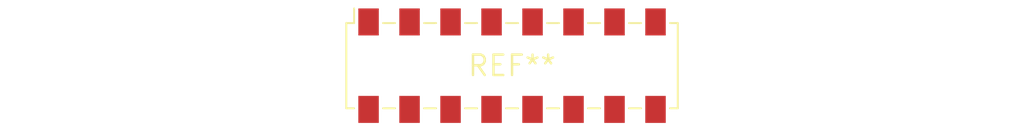
<source format=kicad_pcb>
(kicad_pcb (version 20240108) (generator pcbnew)
  (layers (0 "F.Cu" signal) (31 "B.Cu" signal) (34 "B.Paste" user) (35 "F.Paste" user) (36 "B.SilkS" user "B.Silkscreen") (37 "F.SilkS" user "F.Silkscreen") (38 "B.Mask" user) (39 "F.Mask" user) (44 "Edge.Cuts" user))
  (net 0 "")
  (footprint "Samtec_HLE-108-02-xxx-DV-BE-LC_2x08_P2.54mm_Horizontal" (layer "F.Cu") (at 0 0)
    (property "Reference" "REF**")
    (property "Value" "Samtec_HLE-108-02-xxx-DV-BE-LC_2x08_P2.54mm_Horizontal")
    (fp_line (start -10.27 -2.65) (end -10.27 2.65) (layer "F.SilkS") (stroke (width 0.12)))
    (fp_line (start -10.27 2.65) (end -9.785 2.65) (layer "F.SilkS") (stroke (width 0.12)))
    (fp_line (start -9.785 -3.56) (end -9.785 -2.65) (layer "F.SilkS") (stroke (width 0.12)))
    (fp_line (start -9.785 -2.65) (end -10.27 -2.65) (layer "F.SilkS") (stroke (width 0.12)))
    (fp_line (start -7.995 -2.65) (end -7.245 -2.65) (layer "F.SilkS") (stroke (width 0.12)))
    (fp_line (start -7.995 2.65) (end -7.245 2.65) (layer "F.SilkS") (stroke (width 0.12)))
    (fp_line (start -5.455 -2.65) (end -4.705 -2.65) (layer "F.SilkS") (stroke (width 0.12)))
    (fp_line (start -5.455 2.65) (end -4.705 2.65) (layer "F.SilkS") (stroke (width 0.12)))
    (fp_line (start -2.915 -2.65) (end -2.165 -2.65) (layer "F.SilkS") (stroke (width 0.12)))
    (fp_line (start -2.915 2.65) (end -2.165 2.65) (layer "F.SilkS") (stroke (width 0.12)))
    (fp_line (start -0.375 -2.65) (end 0.375 -2.65) (layer "F.SilkS") (stroke (width 0.12)))
    (fp_line (start -0.375 2.65) (end 0.375 2.65) (layer "F.SilkS") (stroke (width 0.12)))
    (fp_line (start 2.165 -2.65) (end 2.915 -2.65) (layer "F.SilkS") (stroke (width 0.12)))
    (fp_line (start 2.165 2.65) (end 2.915 2.65) (layer "F.SilkS") (stroke (width 0.12)))
    (fp_line (start 4.705 -2.65) (end 5.455 -2.65) (layer "F.SilkS") (stroke (width 0.12)))
    (fp_line (start 4.705 2.65) (end 5.455 2.65) (layer "F.SilkS") (stroke (width 0.12)))
    (fp_line (start 7.245 -2.65) (end 7.995 -2.65) (layer "F.SilkS") (stroke (width 0.12)))
    (fp_line (start 7.245 2.65) (end 7.995 2.65) (layer "F.SilkS") (stroke (width 0.12)))
    (fp_line (start 9.785 -2.65) (end 10.27 -2.65) (layer "F.SilkS") (stroke (width 0.12)))
    (fp_line (start 10.27 -2.65) (end 10.27 2.65) (layer "F.SilkS") (stroke (width 0.12)))
    (fp_line (start 10.27 2.65) (end 9.785 2.65) (layer "F.SilkS") (stroke (width 0.12)))
    (pad "" np_thru_hole circle (at -8.89 -1.27) (size 0.97 0.97) (drill 0.97) (layers *.Cu *.Mask))
    (pad "" np_thru_hole circle (at -8.89 1.27) (size 0.97 0.97) (drill 0.97) (layers *.Cu *.Mask))
    (pad "" np_thru_hole circle (at -7.62 0) (size 1.19 1.19) (drill 1.19) (layers *.Cu *.Mask))
    (pad "" np_thru_hole circle (at -6.35 -1.27) (size 0.97 0.97) (drill 0.97) (layers *.Cu *.Mask))
    (pad "" np_thru_hole circle (at -6.35 1.27) (size 0.97 0.97) (drill 0.97) (layers *.Cu *.Mask))
    (pad "" np_thru_hole circle (at -3.81 -1.27) (size 0.97 0.97) (drill 0.97) (layers *.Cu *.Mask))
    (pad "" np_thru_hole circle (at -3.81 1.27) (size 0.97 0.97) (drill 0.97) (layers *.Cu *.Mask))
    (pad "" np_thru_hole circle (at -1.27 -1.27) (size 0.97 0.97) (drill 0.97) (layers *.Cu *.Mask))
    (pad "" np_thru_hole circle (at -1.27 1.27) (size 0.97 0.97) (drill 0.97) (layers *.Cu *.Mask))
    (pad "" np_thru_hole circle (at 1.27 -1.27) (size 0.97 0.97) (drill 0.97) (layers *.Cu *.Mask))
    (pad "" np_thru_hole circle (at 1.27 1.27) (size 0.97 0.97) (drill 0.97) (layers *.Cu *.Mask))
    (pad "" np_thru_hole circle (at 3.81 -1.27) (size 0.97 0.97) (drill 0.97) (layers *.Cu *.Mask))
    (pad "" np_thru_hole circle (at 3.81 1.27) (size 0.97 0.97) (drill 0.97) (layers *.Cu *.Mask))
    (pad "" np_thru_hole circle (at 6.35 -1.27) (size 0.97 0.97) (drill 0.97) (layers *.Cu *.Mask))
    (pad "" np_thru_hole circle (at 6.35 1.27) (size 0.97 0.97) (drill 0.97) (layers *.Cu *.Mask))
    (pad "" np_thru_hole circle (at 7.62 0) (size 1.19 1.19) (drill 1.19) (layers *.Cu *.Mask))
    (pad "" np_thru_hole circle (at 8.89 -1.27) (size 0.97 0.97) (drill 0.97) (layers *.Cu *.Mask))
    (pad "" np_thru_hole circle (at 8.89 1.27) (size 0.97 0.97) (drill 0.97) (layers *.Cu *.Mask))
    (pad "1" smd rect (at -8.89 -2.72) (size 1.27 1.68) (layers "F.Cu" "F.Paste" "F.Mask"))
    (pad "2" smd rect (at -8.89 2.72) (size 1.27 1.68) (layers "F.Cu" "F.Paste" "F.Mask"))
    (pad "3" smd rect (at -6.35 -2.72) (size 1.27 1.68) (layers "F.Cu" "F.Paste" "F.Mask"))
    (pad "4" smd rect (at -6.35 2.72) (size 1.27 1.68) (layers "F.Cu" "F.Paste" "F.Mask"))
    (pad "5" smd rect (at -3.81 -2.72) (size 1.27 1.68) (layers "F.Cu" "F.Paste" "F.Mask"))
    (pad "6" smd rect (at -3.81 2.72) (size 1.27 1.68) (layers "F.Cu" "F.Paste" "F.Mask"))
    (pad "7" smd rect (at -1.27 -2.72) (size 1.27 1.68) (layers "F.Cu" "F.Paste" "F.Mask"))
    (pad "8" smd rect (at -1.27 2.72) (size 1.27 1.68) (layers "F.Cu" "F.Paste" "F.Mask"))
    (pad "9" smd rect (at 1.27 -2.72) (size 1.27 1.68) (layers "F.Cu" "F.Paste" "F.Mask"))
    (pad "10" smd rect (at 1.27 2.72) (size 1.27 1.68) (layers "F.Cu" "F.Paste" "F.Mask"))
    (pad "11" smd rect (at 3.81 -2.72) (size 1.27 1.68) (layers "F.Cu" "F.Paste" "F.Mask"))
    (pad "12" smd rect (at 3.81 2.72) (size 1.27 1.68) (layers "F.Cu" "F.Paste" "F.Mask"))
    (pad "13" smd rect (at 6.35 -2.72) (size 1.27 1.68) (layers "F.Cu" "F.Paste" "F.Mask"))
    (pad "14" smd rect (at 6.35 2.72) (size 1.27 1.68) (layers "F.Cu" "F.Paste" "F.Mask"))
    (pad "15" smd rect (at 8.89 -2.72) (size 1.27 1.68) (layers "F.Cu" "F.Paste" "F.Mask"))
    (pad "16" smd rect (at 8.89 2.72) (size 1.27 1.68) (layers "F.Cu" "F.Paste" "F.Mask"))
  )
)
</source>
